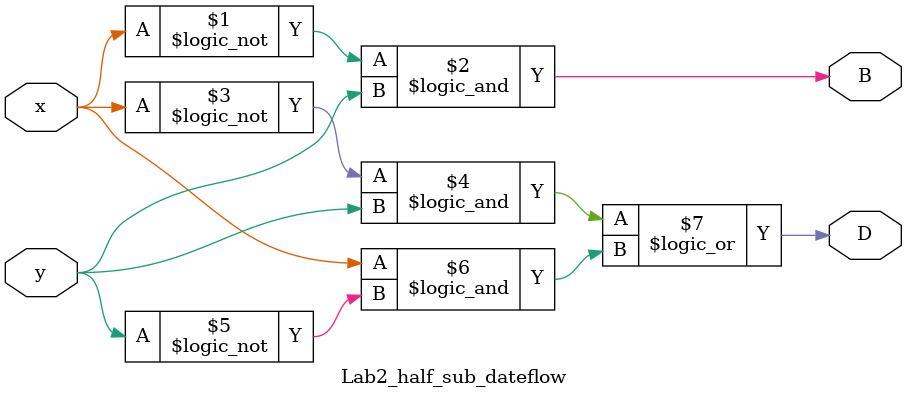
<source format=v>
module Lab2_half_sub_dateflow(output D,B, input x,y);
	assign B=(!x)&&y;
	assign D=(!x&&y)||(x&&!y);
endmodule

</source>
